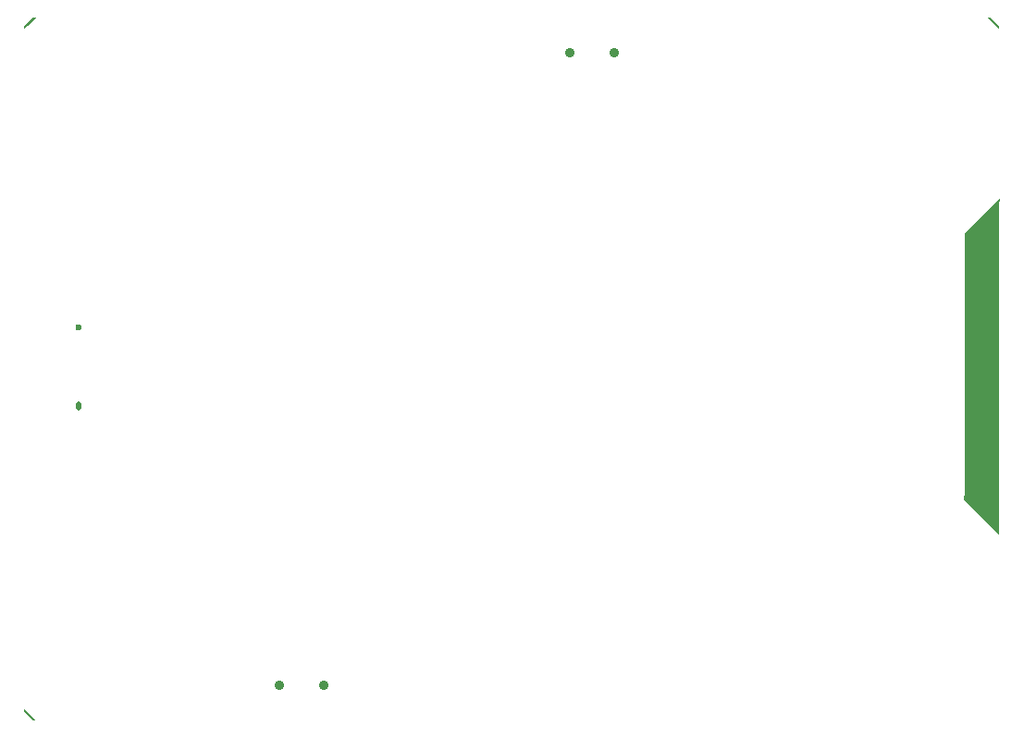
<source format=gbr>
%TF.GenerationSoftware,Altium Limited,Altium Designer,25.3.3 (18)*%
G04 Layer_Color=0*
%FSLAX45Y45*%
%MOMM*%
%TF.SameCoordinates,C60B5D50-6102-498E-8A7F-52ABF2EF578F*%
%TF.FilePolarity,Positive*%
%TF.FileFunction,NonPlated,1,4,NPTH,Drill*%
%TF.Part,Single*%
G01*
G75*
%TA.AperFunction,ComponentDrill*%
%ADD97C,0.90000*%
%ADD98C,0.60000*%
%ADD99O,0.50000X0.85000*%
G36*
X5922500Y4260000D02*
X5822500Y4360000D01*
X5817500D01*
Y4340000D01*
X5897500Y4260000D01*
X5897500D01*
X5922500D01*
D02*
G37*
G36*
X14660001Y10697500D02*
X14632500D01*
X14739999Y10590000D01*
Y10617500D01*
X14660001Y10697500D01*
D02*
G37*
G36*
X5817500Y10617500D02*
X5845000D01*
X5817500Y10590000D01*
Y10617500D01*
D02*
G37*
G36*
X5925000Y10697500D02*
X5845000Y10617500D01*
X5817500D01*
X5897500Y10697500D01*
X5925000D01*
D02*
G37*
G36*
X14422501Y6283032D02*
Y8725000D01*
X14742551Y9045052D01*
X14422501Y6283032D01*
D02*
G37*
G36*
X14739999Y9042500D02*
X14420032Y6279969D01*
X14739999Y5960000D01*
Y9042500D01*
D02*
G37*
D97*
X10812500Y10375000D02*
D03*
X11212500D02*
D03*
X8555000Y4582500D02*
D03*
X8155000D02*
D03*
D98*
X6317500Y7855500D02*
D03*
D99*
Y7135500D02*
D03*
%TF.MD5,e8f19a04bc95ae75acd2479e291da4a9*%
M02*

</source>
